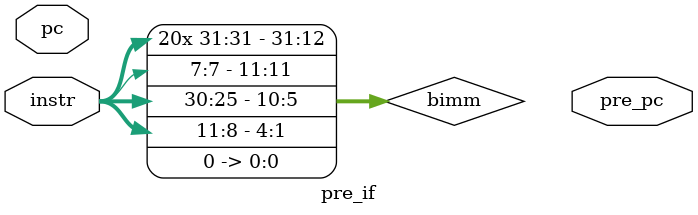
<source format=v>
module pre_if (
    input [31:0] instr,
    input [31:0] pc,

    output [31:0] pre_pc
);

wire is_bxx = (instr[6:0] == OPCODE_BRANCH);
wire is_jal = (instr[6:0] == OPCODE_BRANCH);

//{{20{instr[31]}}} 表示将instr[31]（指令的最高位）扩展20位，用于填充立即数的高位。
// instr[7] 是条件跳转指令中的一个特定位。
// instr[30:25] 和 instr[11:8] 分别代表了立即数的不同部分。
// 1'b0 是附加的0，因为指令地址是2的幂次对齐的，所以最低位总是0。
wire [31:0] bimm =  {{20{instr[31]}}, instr[7],instr[30:25], instr[11:8], 1'b0};


    
endmodule
</source>
